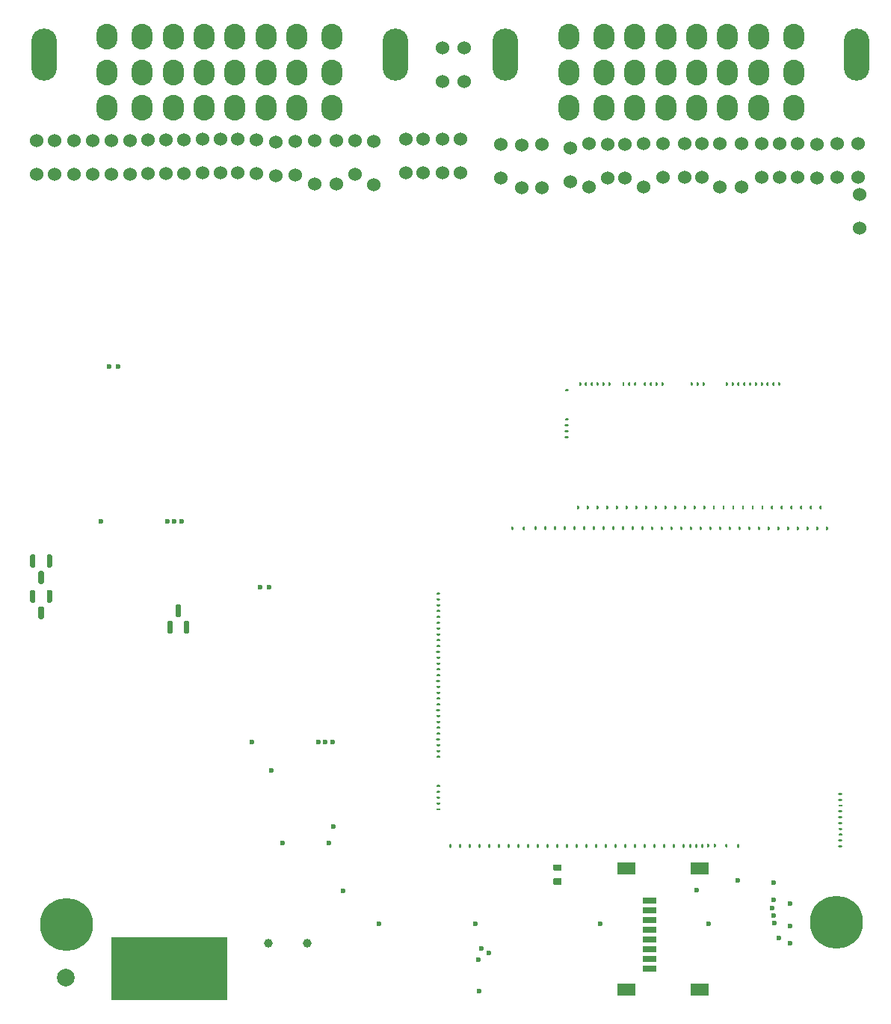
<source format=gbs>
G04 #@! TF.GenerationSoftware,KiCad,Pcbnew,(6.0.1)*
G04 #@! TF.CreationDate,2022-08-21T23:27:26+03:00*
G04 #@! TF.ProjectId,alphax_4ch,616c7068-6178-45f3-9463-682e6b696361,a*
G04 #@! TF.SameCoordinates,PX141f5e0PYa2cace0*
G04 #@! TF.FileFunction,Soldermask,Bot*
G04 #@! TF.FilePolarity,Negative*
%FSLAX46Y46*%
G04 Gerber Fmt 4.6, Leading zero omitted, Abs format (unit mm)*
G04 Created by KiCad (PCBNEW (6.0.1)) date 2022-08-21 23:27:26*
%MOMM*%
%LPD*%
G01*
G04 APERTURE LIST*
%ADD10C,0.120000*%
%ADD11C,0.599999*%
%ADD12C,1.524000*%
%ADD13C,6.000000*%
%ADD14O,2.900000X5.900000*%
%ADD15O,2.400000X2.900000*%
%ADD16C,1.000000*%
%ADD17R,1.500000X0.800000*%
%ADD18R,2.000000X1.450000*%
%ADD19C,2.000000*%
G04 APERTURE END LIST*
D10*
G04 #@! TO.C,U4*
X9850000Y200000D02*
X9850000Y7200000D01*
X9850000Y7200000D02*
X22850000Y7200000D01*
X22850000Y7200000D02*
X22850000Y200000D01*
X22850000Y200000D02*
X9850000Y200000D01*
G36*
X22850000Y200000D02*
G01*
X9850000Y200000D01*
X9850000Y7200000D01*
X22850000Y7200000D01*
X22850000Y200000D01*
G37*
X22850000Y200000D02*
X9850000Y200000D01*
X9850000Y7200000D01*
X22850000Y7200000D01*
X22850000Y200000D01*
G04 #@! TD*
D11*
G04 #@! TO.C,M4*
X84894889Y11474986D03*
X86729899Y11049978D03*
X84679891Y10499981D03*
X84894886Y9625022D03*
X84969893Y8774999D03*
X86729899Y8449983D03*
X85419899Y7150016D03*
X86729899Y6499999D03*
X80804884Y13675002D03*
X84879890Y13375000D03*
G04 #@! TD*
D12*
G04 #@! TO.C,R8*
X76750000Y93245000D03*
X76750000Y97055000D03*
G04 #@! TD*
D13*
G04 #@! TO.C,J8*
X4803000Y8619000D03*
G04 #@! TD*
D12*
G04 #@! TO.C,R59*
X45200000Y97505000D03*
X45200000Y93695000D03*
G04 #@! TD*
G04 #@! TO.C,R9*
X74800000Y93245000D03*
X74800000Y97055000D03*
G04 #@! TD*
G04 #@! TO.C,R68*
X24200000Y93695000D03*
X24200000Y97505000D03*
G04 #@! TD*
G04 #@! TO.C,F4*
X63950000Y97000000D03*
X63950000Y92100000D03*
G04 #@! TD*
G04 #@! TO.C,R91*
X94580000Y87485000D03*
X94580000Y91295000D03*
G04 #@! TD*
G04 #@! TO.C,M5*
G36*
G01*
X61299998Y63946477D02*
X61549998Y63946477D01*
G75*
G02*
X61674998Y63821477I0J-125000D01*
G01*
X61674998Y63821477D01*
G75*
G02*
X61549998Y63696477I-125000J0D01*
G01*
X61299998Y63696477D01*
G75*
G02*
X61174998Y63821477I0J125000D01*
G01*
X61174998Y63821477D01*
G75*
G02*
X61299998Y63946477I125000J0D01*
G01*
G37*
G36*
G01*
X61299998Y64606478D02*
X61549998Y64606478D01*
G75*
G02*
X61674998Y64481478I0J-125000D01*
G01*
X61674998Y64481478D01*
G75*
G02*
X61549998Y64356478I-125000J0D01*
G01*
X61299998Y64356478D01*
G75*
G02*
X61174998Y64481478I0J125000D01*
G01*
X61174998Y64481478D01*
G75*
G02*
X61299998Y64606478I125000J0D01*
G01*
G37*
G36*
G01*
X61299998Y65266479D02*
X61549998Y65266479D01*
G75*
G02*
X61674998Y65141479I0J-125000D01*
G01*
X61674998Y65141479D01*
G75*
G02*
X61549998Y65016479I-125000J0D01*
G01*
X61299998Y65016479D01*
G75*
G02*
X61174998Y65141479I0J125000D01*
G01*
X61174998Y65141479D01*
G75*
G02*
X61299998Y65266479I125000J0D01*
G01*
G37*
G36*
G01*
X61299998Y65926480D02*
X61549998Y65926480D01*
G75*
G02*
X61674998Y65801480I0J-125000D01*
G01*
X61674998Y65801480D01*
G75*
G02*
X61549998Y65676480I-125000J0D01*
G01*
X61299998Y65676480D01*
G75*
G02*
X61174998Y65801480I0J125000D01*
G01*
X61174998Y65801480D01*
G75*
G02*
X61299998Y65926480I125000J0D01*
G01*
G37*
G36*
G01*
X61299998Y69226487D02*
X61549998Y69226487D01*
G75*
G02*
X61674998Y69101487I0J-125000D01*
G01*
X61674998Y69101487D01*
G75*
G02*
X61549998Y68976487I-125000J0D01*
G01*
X61299998Y68976487D01*
G75*
G02*
X61174998Y69101487I0J125000D01*
G01*
X61174998Y69101487D01*
G75*
G02*
X61299998Y69226487I125000J0D01*
G01*
G37*
G36*
G01*
X90070000Y55727684D02*
X90070000Y55977684D01*
G75*
G02*
X90195000Y56102684I125000J0D01*
G01*
X90195000Y56102684D01*
G75*
G02*
X90320000Y55977684I0J-125000D01*
G01*
X90320000Y55727684D01*
G75*
G02*
X90195000Y55602684I-125000J0D01*
G01*
X90195000Y55602684D01*
G75*
G02*
X90070000Y55727684I0J125000D01*
G01*
G37*
G36*
G01*
X89219996Y55977684D02*
X89219996Y55727684D01*
G75*
G02*
X89094996Y55602684I-125000J0D01*
G01*
X89094996Y55602684D01*
G75*
G02*
X88969996Y55727684I0J125000D01*
G01*
X88969996Y55977684D01*
G75*
G02*
X89094996Y56102684I125000J0D01*
G01*
X89094996Y56102684D01*
G75*
G02*
X89219996Y55977684I0J-125000D01*
G01*
G37*
G36*
G01*
X88119995Y55977684D02*
X88119995Y55727684D01*
G75*
G02*
X87994995Y55602684I-125000J0D01*
G01*
X87994995Y55602684D01*
G75*
G02*
X87869995Y55727684I0J125000D01*
G01*
X87869995Y55977684D01*
G75*
G02*
X87994995Y56102684I125000J0D01*
G01*
X87994995Y56102684D01*
G75*
G02*
X88119995Y55977684I0J-125000D01*
G01*
G37*
G36*
G01*
X87019998Y55977684D02*
X87019998Y55727684D01*
G75*
G02*
X86894998Y55602684I-125000J0D01*
G01*
X86894998Y55602684D01*
G75*
G02*
X86769998Y55727684I0J125000D01*
G01*
X86769998Y55977684D01*
G75*
G02*
X86894998Y56102684I125000J0D01*
G01*
X86894998Y56102684D01*
G75*
G02*
X87019998Y55977684I0J-125000D01*
G01*
G37*
G36*
G01*
X85920000Y55977684D02*
X85920000Y55727684D01*
G75*
G02*
X85795000Y55602684I-125000J0D01*
G01*
X85795000Y55602684D01*
G75*
G02*
X85670000Y55727684I0J125000D01*
G01*
X85670000Y55977684D01*
G75*
G02*
X85795000Y56102684I125000J0D01*
G01*
X85795000Y56102684D01*
G75*
G02*
X85920000Y55977684I0J-125000D01*
G01*
G37*
G36*
G01*
X84820002Y55977684D02*
X84820002Y55727684D01*
G75*
G02*
X84695002Y55602684I-125000J0D01*
G01*
X84695002Y55602684D01*
G75*
G02*
X84570002Y55727684I0J125000D01*
G01*
X84570002Y55977684D01*
G75*
G02*
X84695002Y56102684I125000J0D01*
G01*
X84695002Y56102684D01*
G75*
G02*
X84820002Y55977684I0J-125000D01*
G01*
G37*
G36*
G01*
X83720004Y55977684D02*
X83720004Y55727684D01*
G75*
G02*
X83595004Y55602684I-125000J0D01*
G01*
X83595004Y55602684D01*
G75*
G02*
X83470004Y55727684I0J125000D01*
G01*
X83470004Y55977684D01*
G75*
G02*
X83595004Y56102684I125000J0D01*
G01*
X83595004Y56102684D01*
G75*
G02*
X83720004Y55977684I0J-125000D01*
G01*
G37*
G36*
G01*
X82620006Y55977684D02*
X82620006Y55727684D01*
G75*
G02*
X82495006Y55602684I-125000J0D01*
G01*
X82495006Y55602684D01*
G75*
G02*
X82370006Y55727684I0J125000D01*
G01*
X82370006Y55977684D01*
G75*
G02*
X82495006Y56102684I125000J0D01*
G01*
X82495006Y56102684D01*
G75*
G02*
X82620006Y55977684I0J-125000D01*
G01*
G37*
G36*
G01*
X81520009Y55977684D02*
X81520009Y55727684D01*
G75*
G02*
X81395009Y55602684I-125000J0D01*
G01*
X81395009Y55602684D01*
G75*
G02*
X81270009Y55727684I0J125000D01*
G01*
X81270009Y55977684D01*
G75*
G02*
X81395009Y56102684I125000J0D01*
G01*
X81395009Y56102684D01*
G75*
G02*
X81520009Y55977684I0J-125000D01*
G01*
G37*
G36*
G01*
X80420011Y55977684D02*
X80420011Y55727684D01*
G75*
G02*
X80295011Y55602684I-125000J0D01*
G01*
X80295011Y55602684D01*
G75*
G02*
X80170011Y55727684I0J125000D01*
G01*
X80170011Y55977684D01*
G75*
G02*
X80295011Y56102684I125000J0D01*
G01*
X80295011Y56102684D01*
G75*
G02*
X80420011Y55977684I0J-125000D01*
G01*
G37*
G36*
G01*
X79320013Y55977684D02*
X79320013Y55727684D01*
G75*
G02*
X79195013Y55602684I-125000J0D01*
G01*
X79195013Y55602684D01*
G75*
G02*
X79070013Y55727684I0J125000D01*
G01*
X79070013Y55977684D01*
G75*
G02*
X79195013Y56102684I125000J0D01*
G01*
X79195013Y56102684D01*
G75*
G02*
X79320013Y55977684I0J-125000D01*
G01*
G37*
G36*
G01*
X78220015Y55977684D02*
X78220015Y55727684D01*
G75*
G02*
X78095015Y55602684I-125000J0D01*
G01*
X78095015Y55602684D01*
G75*
G02*
X77970015Y55727684I0J125000D01*
G01*
X77970015Y55977684D01*
G75*
G02*
X78095015Y56102684I125000J0D01*
G01*
X78095015Y56102684D01*
G75*
G02*
X78220015Y55977684I0J-125000D01*
G01*
G37*
G36*
G01*
X77120017Y55977684D02*
X77120017Y55727684D01*
G75*
G02*
X76995017Y55602684I-125000J0D01*
G01*
X76995017Y55602684D01*
G75*
G02*
X76870017Y55727684I0J125000D01*
G01*
X76870017Y55977684D01*
G75*
G02*
X76995017Y56102684I125000J0D01*
G01*
X76995017Y56102684D01*
G75*
G02*
X77120017Y55977684I0J-125000D01*
G01*
G37*
G36*
G01*
X76020020Y55977684D02*
X76020020Y55727684D01*
G75*
G02*
X75895020Y55602684I-125000J0D01*
G01*
X75895020Y55602684D01*
G75*
G02*
X75770020Y55727684I0J125000D01*
G01*
X75770020Y55977684D01*
G75*
G02*
X75895020Y56102684I125000J0D01*
G01*
X75895020Y56102684D01*
G75*
G02*
X76020020Y55977684I0J-125000D01*
G01*
G37*
G36*
G01*
X74920022Y55977684D02*
X74920022Y55727684D01*
G75*
G02*
X74795022Y55602684I-125000J0D01*
G01*
X74795022Y55602684D01*
G75*
G02*
X74670022Y55727684I0J125000D01*
G01*
X74670022Y55977684D01*
G75*
G02*
X74795022Y56102684I125000J0D01*
G01*
X74795022Y56102684D01*
G75*
G02*
X74920022Y55977684I0J-125000D01*
G01*
G37*
G36*
G01*
X73820024Y55977684D02*
X73820024Y55727684D01*
G75*
G02*
X73695024Y55602684I-125000J0D01*
G01*
X73695024Y55602684D01*
G75*
G02*
X73570024Y55727684I0J125000D01*
G01*
X73570024Y55977684D01*
G75*
G02*
X73695024Y56102684I125000J0D01*
G01*
X73695024Y56102684D01*
G75*
G02*
X73820024Y55977684I0J-125000D01*
G01*
G37*
G36*
G01*
X72720026Y55977684D02*
X72720026Y55727684D01*
G75*
G02*
X72595026Y55602684I-125000J0D01*
G01*
X72595026Y55602684D01*
G75*
G02*
X72470026Y55727684I0J125000D01*
G01*
X72470026Y55977684D01*
G75*
G02*
X72595026Y56102684I125000J0D01*
G01*
X72595026Y56102684D01*
G75*
G02*
X72720026Y55977684I0J-125000D01*
G01*
G37*
G36*
G01*
X71620028Y55977684D02*
X71620028Y55727684D01*
G75*
G02*
X71495028Y55602684I-125000J0D01*
G01*
X71495028Y55602684D01*
G75*
G02*
X71370028Y55727684I0J125000D01*
G01*
X71370028Y55977684D01*
G75*
G02*
X71495028Y56102684I125000J0D01*
G01*
X71495028Y56102684D01*
G75*
G02*
X71620028Y55977684I0J-125000D01*
G01*
G37*
G36*
G01*
X70520031Y55977684D02*
X70520031Y55727684D01*
G75*
G02*
X70395031Y55602684I-125000J0D01*
G01*
X70395031Y55602684D01*
G75*
G02*
X70270031Y55727684I0J125000D01*
G01*
X70270031Y55977684D01*
G75*
G02*
X70395031Y56102684I125000J0D01*
G01*
X70395031Y56102684D01*
G75*
G02*
X70520031Y55977684I0J-125000D01*
G01*
G37*
G36*
G01*
X69420033Y55977684D02*
X69420033Y55727684D01*
G75*
G02*
X69295033Y55602684I-125000J0D01*
G01*
X69295033Y55602684D01*
G75*
G02*
X69170033Y55727684I0J125000D01*
G01*
X69170033Y55977684D01*
G75*
G02*
X69295033Y56102684I125000J0D01*
G01*
X69295033Y56102684D01*
G75*
G02*
X69420033Y55977684I0J-125000D01*
G01*
G37*
G36*
G01*
X68320035Y55977684D02*
X68320035Y55727684D01*
G75*
G02*
X68195035Y55602684I-125000J0D01*
G01*
X68195035Y55602684D01*
G75*
G02*
X68070035Y55727684I0J125000D01*
G01*
X68070035Y55977684D01*
G75*
G02*
X68195035Y56102684I125000J0D01*
G01*
X68195035Y56102684D01*
G75*
G02*
X68320035Y55977684I0J-125000D01*
G01*
G37*
G36*
G01*
X67220037Y55977684D02*
X67220037Y55727684D01*
G75*
G02*
X67095037Y55602684I-125000J0D01*
G01*
X67095037Y55602684D01*
G75*
G02*
X66970037Y55727684I0J125000D01*
G01*
X66970037Y55977684D01*
G75*
G02*
X67095037Y56102684I125000J0D01*
G01*
X67095037Y56102684D01*
G75*
G02*
X67220037Y55977684I0J-125000D01*
G01*
G37*
G36*
G01*
X66120039Y55977684D02*
X66120039Y55727684D01*
G75*
G02*
X65995039Y55602684I-125000J0D01*
G01*
X65995039Y55602684D01*
G75*
G02*
X65870039Y55727684I0J125000D01*
G01*
X65870039Y55977684D01*
G75*
G02*
X65995039Y56102684I125000J0D01*
G01*
X65995039Y56102684D01*
G75*
G02*
X66120039Y55977684I0J-125000D01*
G01*
G37*
G36*
G01*
X65020042Y55977684D02*
X65020042Y55727684D01*
G75*
G02*
X64895042Y55602684I-125000J0D01*
G01*
X64895042Y55602684D01*
G75*
G02*
X64770042Y55727684I0J125000D01*
G01*
X64770042Y55977684D01*
G75*
G02*
X64895042Y56102684I125000J0D01*
G01*
X64895042Y56102684D01*
G75*
G02*
X65020042Y55977684I0J-125000D01*
G01*
G37*
G36*
G01*
X63920044Y55977684D02*
X63920044Y55727684D01*
G75*
G02*
X63795044Y55602684I-125000J0D01*
G01*
X63795044Y55602684D01*
G75*
G02*
X63670044Y55727684I0J125000D01*
G01*
X63670044Y55977684D01*
G75*
G02*
X63795044Y56102684I125000J0D01*
G01*
X63795044Y56102684D01*
G75*
G02*
X63920044Y55977684I0J-125000D01*
G01*
G37*
G36*
G01*
X62820046Y55977684D02*
X62820046Y55727684D01*
G75*
G02*
X62695046Y55602684I-125000J0D01*
G01*
X62695046Y55602684D01*
G75*
G02*
X62570046Y55727684I0J125000D01*
G01*
X62570046Y55977684D01*
G75*
G02*
X62695046Y56102684I125000J0D01*
G01*
X62695046Y56102684D01*
G75*
G02*
X62820046Y55977684I0J-125000D01*
G01*
G37*
G36*
G01*
X63070990Y69939683D02*
X63070990Y69689683D01*
G75*
G02*
X62945990Y69564683I-125000J0D01*
G01*
X62945990Y69564683D01*
G75*
G02*
X62820990Y69689683I0J125000D01*
G01*
X62820990Y69939683D01*
G75*
G02*
X62945990Y70064683I125000J0D01*
G01*
X62945990Y70064683D01*
G75*
G02*
X63070990Y69939683I0J-125000D01*
G01*
G37*
G36*
G01*
X63730992Y69939683D02*
X63730992Y69689683D01*
G75*
G02*
X63605992Y69564683I-125000J0D01*
G01*
X63605992Y69564683D01*
G75*
G02*
X63480992Y69689683I0J125000D01*
G01*
X63480992Y69939683D01*
G75*
G02*
X63605992Y70064683I125000J0D01*
G01*
X63605992Y70064683D01*
G75*
G02*
X63730992Y69939683I0J-125000D01*
G01*
G37*
G36*
G01*
X64390993Y69939683D02*
X64390993Y69689683D01*
G75*
G02*
X64265993Y69564683I-125000J0D01*
G01*
X64265993Y69564683D01*
G75*
G02*
X64140993Y69689683I0J125000D01*
G01*
X64140993Y69939683D01*
G75*
G02*
X64265993Y70064683I125000J0D01*
G01*
X64265993Y70064683D01*
G75*
G02*
X64390993Y69939683I0J-125000D01*
G01*
G37*
G36*
G01*
X65050994Y69939683D02*
X65050994Y69689683D01*
G75*
G02*
X64925994Y69564683I-125000J0D01*
G01*
X64925994Y69564683D01*
G75*
G02*
X64800994Y69689683I0J125000D01*
G01*
X64800994Y69939683D01*
G75*
G02*
X64925994Y70064683I125000J0D01*
G01*
X64925994Y70064683D01*
G75*
G02*
X65050994Y69939683I0J-125000D01*
G01*
G37*
G36*
G01*
X65710995Y69939683D02*
X65710995Y69689683D01*
G75*
G02*
X65585995Y69564683I-125000J0D01*
G01*
X65585995Y69564683D01*
G75*
G02*
X65460995Y69689683I0J125000D01*
G01*
X65460995Y69939683D01*
G75*
G02*
X65585995Y70064683I125000J0D01*
G01*
X65585995Y70064683D01*
G75*
G02*
X65710995Y69939683I0J-125000D01*
G01*
G37*
G36*
G01*
X66370997Y69939683D02*
X66370997Y69689683D01*
G75*
G02*
X66245997Y69564683I-125000J0D01*
G01*
X66245997Y69564683D01*
G75*
G02*
X66120997Y69689683I0J125000D01*
G01*
X66120997Y69939683D01*
G75*
G02*
X66245997Y70064683I125000J0D01*
G01*
X66245997Y70064683D01*
G75*
G02*
X66370997Y69939683I0J-125000D01*
G01*
G37*
G36*
G01*
X67971994Y69939683D02*
X67971994Y69689683D01*
G75*
G02*
X67846994Y69564683I-125000J0D01*
G01*
X67846994Y69564683D01*
G75*
G02*
X67721994Y69689683I0J125000D01*
G01*
X67721994Y69939683D01*
G75*
G02*
X67846994Y70064683I125000J0D01*
G01*
X67846994Y70064683D01*
G75*
G02*
X67971994Y69939683I0J-125000D01*
G01*
G37*
G36*
G01*
X68631995Y69939683D02*
X68631995Y69689683D01*
G75*
G02*
X68506995Y69564683I-125000J0D01*
G01*
X68506995Y69564683D01*
G75*
G02*
X68381995Y69689683I0J125000D01*
G01*
X68381995Y69939683D01*
G75*
G02*
X68506995Y70064683I125000J0D01*
G01*
X68506995Y70064683D01*
G75*
G02*
X68631995Y69939683I0J-125000D01*
G01*
G37*
G36*
G01*
X69291997Y69939683D02*
X69291997Y69689683D01*
G75*
G02*
X69166997Y69564683I-125000J0D01*
G01*
X69166997Y69564683D01*
G75*
G02*
X69041997Y69689683I0J125000D01*
G01*
X69041997Y69939683D01*
G75*
G02*
X69166997Y70064683I125000J0D01*
G01*
X69166997Y70064683D01*
G75*
G02*
X69291997Y69939683I0J-125000D01*
G01*
G37*
G36*
G01*
X70412896Y69939683D02*
X70412896Y69689683D01*
G75*
G02*
X70287896Y69564683I-125000J0D01*
G01*
X70287896Y69564683D01*
G75*
G02*
X70162896Y69689683I0J125000D01*
G01*
X70162896Y69939683D01*
G75*
G02*
X70287896Y70064683I125000J0D01*
G01*
X70287896Y70064683D01*
G75*
G02*
X70412896Y69939683I0J-125000D01*
G01*
G37*
G36*
G01*
X71072897Y69939683D02*
X71072897Y69689683D01*
G75*
G02*
X70947897Y69564683I-125000J0D01*
G01*
X70947897Y69564683D01*
G75*
G02*
X70822897Y69689683I0J125000D01*
G01*
X70822897Y69939683D01*
G75*
G02*
X70947897Y70064683I125000J0D01*
G01*
X70947897Y70064683D01*
G75*
G02*
X71072897Y69939683I0J-125000D01*
G01*
G37*
G36*
G01*
X71732898Y69939683D02*
X71732898Y69689683D01*
G75*
G02*
X71607898Y69564683I-125000J0D01*
G01*
X71607898Y69564683D01*
G75*
G02*
X71482898Y69689683I0J125000D01*
G01*
X71482898Y69939683D01*
G75*
G02*
X71607898Y70064683I125000J0D01*
G01*
X71607898Y70064683D01*
G75*
G02*
X71732898Y69939683I0J-125000D01*
G01*
G37*
G36*
G01*
X72392900Y69939683D02*
X72392900Y69689683D01*
G75*
G02*
X72267900Y69564683I-125000J0D01*
G01*
X72267900Y69564683D01*
G75*
G02*
X72142900Y69689683I0J125000D01*
G01*
X72142900Y69939683D01*
G75*
G02*
X72267900Y70064683I125000J0D01*
G01*
X72267900Y70064683D01*
G75*
G02*
X72392900Y69939683I0J-125000D01*
G01*
G37*
G36*
G01*
X75718994Y69939683D02*
X75718994Y69689683D01*
G75*
G02*
X75593994Y69564683I-125000J0D01*
G01*
X75593994Y69564683D01*
G75*
G02*
X75468994Y69689683I0J125000D01*
G01*
X75468994Y69939683D01*
G75*
G02*
X75593994Y70064683I125000J0D01*
G01*
X75593994Y70064683D01*
G75*
G02*
X75718994Y69939683I0J-125000D01*
G01*
G37*
G36*
G01*
X76378995Y69939683D02*
X76378995Y69689683D01*
G75*
G02*
X76253995Y69564683I-125000J0D01*
G01*
X76253995Y69564683D01*
G75*
G02*
X76128995Y69689683I0J125000D01*
G01*
X76128995Y69939683D01*
G75*
G02*
X76253995Y70064683I125000J0D01*
G01*
X76253995Y70064683D01*
G75*
G02*
X76378995Y69939683I0J-125000D01*
G01*
G37*
G36*
G01*
X77038997Y69939683D02*
X77038997Y69689683D01*
G75*
G02*
X76913997Y69564683I-125000J0D01*
G01*
X76913997Y69564683D01*
G75*
G02*
X76788997Y69689683I0J125000D01*
G01*
X76788997Y69939683D01*
G75*
G02*
X76913997Y70064683I125000J0D01*
G01*
X76913997Y70064683D01*
G75*
G02*
X77038997Y69939683I0J-125000D01*
G01*
G37*
G36*
G01*
X79684988Y69939683D02*
X79684988Y69689683D01*
G75*
G02*
X79559988Y69564683I-125000J0D01*
G01*
X79559988Y69564683D01*
G75*
G02*
X79434988Y69689683I0J125000D01*
G01*
X79434988Y69939683D01*
G75*
G02*
X79559988Y70064683I125000J0D01*
G01*
X79559988Y70064683D01*
G75*
G02*
X79684988Y69939683I0J-125000D01*
G01*
G37*
G36*
G01*
X80344989Y69939683D02*
X80344989Y69689683D01*
G75*
G02*
X80219989Y69564683I-125000J0D01*
G01*
X80219989Y69564683D01*
G75*
G02*
X80094989Y69689683I0J125000D01*
G01*
X80094989Y69939683D01*
G75*
G02*
X80219989Y70064683I125000J0D01*
G01*
X80219989Y70064683D01*
G75*
G02*
X80344989Y69939683I0J-125000D01*
G01*
G37*
G36*
G01*
X81004991Y69939683D02*
X81004991Y69689683D01*
G75*
G02*
X80879991Y69564683I-125000J0D01*
G01*
X80879991Y69564683D01*
G75*
G02*
X80754991Y69689683I0J125000D01*
G01*
X80754991Y69939683D01*
G75*
G02*
X80879991Y70064683I125000J0D01*
G01*
X80879991Y70064683D01*
G75*
G02*
X81004991Y69939683I0J-125000D01*
G01*
G37*
G36*
G01*
X81664992Y69939683D02*
X81664992Y69689683D01*
G75*
G02*
X81539992Y69564683I-125000J0D01*
G01*
X81539992Y69564683D01*
G75*
G02*
X81414992Y69689683I0J125000D01*
G01*
X81414992Y69939683D01*
G75*
G02*
X81539992Y70064683I125000J0D01*
G01*
X81539992Y70064683D01*
G75*
G02*
X81664992Y69939683I0J-125000D01*
G01*
G37*
G36*
G01*
X82324993Y69939683D02*
X82324993Y69689683D01*
G75*
G02*
X82199993Y69564683I-125000J0D01*
G01*
X82199993Y69564683D01*
G75*
G02*
X82074993Y69689683I0J125000D01*
G01*
X82074993Y69939683D01*
G75*
G02*
X82199993Y70064683I125000J0D01*
G01*
X82199993Y70064683D01*
G75*
G02*
X82324993Y69939683I0J-125000D01*
G01*
G37*
G36*
G01*
X82984994Y69939683D02*
X82984994Y69689683D01*
G75*
G02*
X82859994Y69564683I-125000J0D01*
G01*
X82859994Y69564683D01*
G75*
G02*
X82734994Y69689683I0J125000D01*
G01*
X82734994Y69939683D01*
G75*
G02*
X82859994Y70064683I125000J0D01*
G01*
X82859994Y70064683D01*
G75*
G02*
X82984994Y69939683I0J-125000D01*
G01*
G37*
G36*
G01*
X83644996Y69939683D02*
X83644996Y69689683D01*
G75*
G02*
X83519996Y69564683I-125000J0D01*
G01*
X83519996Y69564683D01*
G75*
G02*
X83394996Y69689683I0J125000D01*
G01*
X83394996Y69939683D01*
G75*
G02*
X83519996Y70064683I125000J0D01*
G01*
X83519996Y70064683D01*
G75*
G02*
X83644996Y69939683I0J-125000D01*
G01*
G37*
G36*
G01*
X84304997Y69939683D02*
X84304997Y69689683D01*
G75*
G02*
X84179997Y69564683I-125000J0D01*
G01*
X84179997Y69564683D01*
G75*
G02*
X84054997Y69689683I0J125000D01*
G01*
X84054997Y69939683D01*
G75*
G02*
X84179997Y70064683I125000J0D01*
G01*
X84179997Y70064683D01*
G75*
G02*
X84304997Y69939683I0J-125000D01*
G01*
G37*
G36*
G01*
X84964998Y69939683D02*
X84964998Y69689683D01*
G75*
G02*
X84839998Y69564683I-125000J0D01*
G01*
X84839998Y69564683D01*
G75*
G02*
X84714998Y69689683I0J125000D01*
G01*
X84714998Y69939683D01*
G75*
G02*
X84839998Y70064683I125000J0D01*
G01*
X84839998Y70064683D01*
G75*
G02*
X84964998Y69939683I0J-125000D01*
G01*
G37*
G36*
G01*
X85625000Y69939683D02*
X85625000Y69689683D01*
G75*
G02*
X85500000Y69564683I-125000J0D01*
G01*
X85500000Y69564683D01*
G75*
G02*
X85375000Y69689683I0J125000D01*
G01*
X85375000Y69939683D01*
G75*
G02*
X85500000Y70064683I125000J0D01*
G01*
X85500000Y70064683D01*
G75*
G02*
X85625000Y69939683I0J-125000D01*
G01*
G37*
G04 #@! TD*
D14*
G04 #@! TO.C,P2*
X42000000Y107100000D03*
X2200000Y107100000D03*
D15*
X9350000Y101100000D03*
X13350000Y101100000D03*
X16850000Y101100000D03*
X20350000Y101100000D03*
X23850000Y101100000D03*
X27350000Y101100000D03*
X30850000Y101100000D03*
X34850000Y101100000D03*
X9350000Y105100000D03*
X13350000Y105100000D03*
X16850000Y105100000D03*
X20350000Y105100000D03*
X23850000Y105100000D03*
X27350000Y105100000D03*
X30850000Y105100000D03*
X34850000Y105100000D03*
X9350000Y109100000D03*
X13350000Y109100000D03*
X16850000Y109100000D03*
X20350000Y109100000D03*
X23850000Y109100000D03*
X27350000Y109100000D03*
X30850000Y109100000D03*
X34850000Y109100000D03*
G04 #@! TD*
D12*
G04 #@! TO.C,R11*
X47350000Y104095000D03*
X47350000Y107905000D03*
G04 #@! TD*
G04 #@! TO.C,R6*
X92050000Y93195000D03*
X92050000Y97005000D03*
G04 #@! TD*
G04 #@! TO.C,R60*
X43200000Y93695000D03*
X43200000Y97505000D03*
G04 #@! TD*
D16*
G04 #@! TO.C,J1*
X32000000Y6500000D03*
X27600000Y6500000D03*
G04 #@! TD*
D12*
G04 #@! TO.C,R66*
X3450000Y93561701D03*
X3450000Y97371701D03*
G04 #@! TD*
G04 #@! TO.C,R17*
X68050000Y93145000D03*
X68050000Y96955000D03*
G04 #@! TD*
G04 #@! TO.C,R63*
X22200000Y93695000D03*
X22200000Y97505000D03*
G04 #@! TD*
G04 #@! TO.C,R16*
X72350000Y93195000D03*
X72350000Y97005000D03*
G04 #@! TD*
G04 #@! TO.C,R70*
X11950000Y93595000D03*
X11950000Y97405000D03*
G04 #@! TD*
D11*
G04 #@! TO.C,M7*
X51750003Y5925001D03*
X52625005Y5400001D03*
X51450001Y4650003D03*
X51525004Y1100002D03*
G04 #@! TD*
G04 #@! TO.C,M1*
X27937888Y26083984D03*
X29262892Y17858984D03*
X34495386Y17876489D03*
X34987892Y19758985D03*
X36112878Y12408992D03*
G04 #@! TD*
G04 #@! TO.C,M3*
X25775000Y29300000D03*
X33275000Y29300000D03*
X34075000Y29300000D03*
X34875000Y29300000D03*
X27675000Y46825000D03*
X26675000Y46825000D03*
G04 #@! TD*
D12*
G04 #@! TO.C,R10*
X66100000Y93145000D03*
X66100000Y96955000D03*
G04 #@! TD*
G04 #@! TO.C,R62*
X28500000Y93395000D03*
X28500000Y97205000D03*
G04 #@! TD*
G04 #@! TO.C,R65*
X9850000Y93595000D03*
X9850000Y97405000D03*
G04 #@! TD*
G04 #@! TO.C,F7*
X32900000Y97399979D03*
X32900000Y92499979D03*
G04 #@! TD*
G04 #@! TO.C,R58*
X1347390Y93561701D03*
X1347390Y97371701D03*
G04 #@! TD*
G04 #@! TO.C,R56*
X14000000Y93645000D03*
X14000000Y97455000D03*
G04 #@! TD*
G04 #@! TO.C,R19*
X53950000Y93145000D03*
X53950000Y96955000D03*
G04 #@! TD*
G04 #@! TO.C,R67*
X26250000Y93645000D03*
X26250000Y97455000D03*
G04 #@! TD*
G04 #@! TO.C,F1*
X81196000Y96995000D03*
X81196000Y92095000D03*
G04 #@! TD*
G04 #@! TO.C,R14*
X89800000Y96955000D03*
X89800000Y93145000D03*
G04 #@! TD*
G04 #@! TO.C,R64*
X16050000Y93645000D03*
X16050000Y97455000D03*
G04 #@! TD*
G04 #@! TO.C,F3*
X70100000Y97000000D03*
X70100000Y92100000D03*
G04 #@! TD*
G04 #@! TO.C,R71*
X5600000Y93545000D03*
X5600000Y97355000D03*
G04 #@! TD*
G04 #@! TO.C,R61*
X30700000Y93445000D03*
X30700000Y97255000D03*
G04 #@! TD*
D13*
G04 #@! TO.C,J7*
X91948000Y8873000D03*
G04 #@! TD*
D12*
G04 #@! TO.C,R69*
X18050000Y93645000D03*
X18050000Y97455000D03*
G04 #@! TD*
G04 #@! TO.C,R55*
X20200000Y93695000D03*
X20200000Y97505000D03*
G04 #@! TD*
G04 #@! TO.C,F8*
X39600000Y97299979D03*
X39600000Y92399979D03*
G04 #@! TD*
G04 #@! TO.C,R54*
X37450000Y93595000D03*
X37450000Y97405000D03*
G04 #@! TD*
G04 #@! TO.C,R52*
X47400000Y93695000D03*
X47400000Y97505000D03*
G04 #@! TD*
G04 #@! TO.C,M6*
G36*
G01*
X46760503Y21803625D02*
X47010503Y21803625D01*
G75*
G02*
X47135503Y21678625I0J-125000D01*
G01*
X47135503Y21678625D01*
G75*
G02*
X47010503Y21553625I-125000J0D01*
G01*
X46760503Y21553625D01*
G75*
G02*
X46635503Y21678625I0J125000D01*
G01*
X46635503Y21678625D01*
G75*
G02*
X46760503Y21803625I125000J0D01*
G01*
G37*
G36*
G01*
X47010503Y22213623D02*
X46760503Y22213623D01*
G75*
G02*
X46635503Y22338623I0J125000D01*
G01*
X46635503Y22338623D01*
G75*
G02*
X46760503Y22463623I125000J0D01*
G01*
X47010503Y22463623D01*
G75*
G02*
X47135503Y22338623I0J-125000D01*
G01*
X47135503Y22338623D01*
G75*
G02*
X47010503Y22213623I-125000J0D01*
G01*
G37*
G36*
G01*
X47010503Y22873628D02*
X46760503Y22873628D01*
G75*
G02*
X46635503Y22998628I0J125000D01*
G01*
X46635503Y22998628D01*
G75*
G02*
X46760503Y23123628I125000J0D01*
G01*
X47010503Y23123628D01*
G75*
G02*
X47135503Y22998628I0J-125000D01*
G01*
X47135503Y22998628D01*
G75*
G02*
X47010503Y22873628I-125000J0D01*
G01*
G37*
G36*
G01*
X47010503Y23533623D02*
X46760503Y23533623D01*
G75*
G02*
X46635503Y23658623I0J125000D01*
G01*
X46635503Y23658623D01*
G75*
G02*
X46760503Y23783623I125000J0D01*
G01*
X47010503Y23783623D01*
G75*
G02*
X47135503Y23658623I0J-125000D01*
G01*
X47135503Y23658623D01*
G75*
G02*
X47010503Y23533623I-125000J0D01*
G01*
G37*
G36*
G01*
X47010503Y24193625D02*
X46760503Y24193625D01*
G75*
G02*
X46635503Y24318625I0J125000D01*
G01*
X46635503Y24318625D01*
G75*
G02*
X46760503Y24443625I125000J0D01*
G01*
X47010503Y24443625D01*
G75*
G02*
X47135503Y24318625I0J-125000D01*
G01*
X47135503Y24318625D01*
G75*
G02*
X47010503Y24193625I-125000J0D01*
G01*
G37*
G36*
G01*
X47010503Y27493626D02*
X46760503Y27493626D01*
G75*
G02*
X46635503Y27618626I0J125000D01*
G01*
X46635503Y27618626D01*
G75*
G02*
X46760503Y27743626I125000J0D01*
G01*
X47010503Y27743626D01*
G75*
G02*
X47135503Y27618626I0J-125000D01*
G01*
X47135503Y27618626D01*
G75*
G02*
X47010503Y27493626I-125000J0D01*
G01*
G37*
G36*
G01*
X47010503Y28153627D02*
X46760503Y28153627D01*
G75*
G02*
X46635503Y28278627I0J125000D01*
G01*
X46635503Y28278627D01*
G75*
G02*
X46760503Y28403627I125000J0D01*
G01*
X47010503Y28403627D01*
G75*
G02*
X47135503Y28278627I0J-125000D01*
G01*
X47135503Y28278627D01*
G75*
G02*
X47010503Y28153627I-125000J0D01*
G01*
G37*
G36*
G01*
X47010503Y28813629D02*
X46760503Y28813629D01*
G75*
G02*
X46635503Y28938629I0J125000D01*
G01*
X46635503Y28938629D01*
G75*
G02*
X46760503Y29063629I125000J0D01*
G01*
X47010503Y29063629D01*
G75*
G02*
X47135503Y28938629I0J-125000D01*
G01*
X47135503Y28938629D01*
G75*
G02*
X47010503Y28813629I-125000J0D01*
G01*
G37*
G36*
G01*
X47010503Y29473627D02*
X46760503Y29473627D01*
G75*
G02*
X46635503Y29598627I0J125000D01*
G01*
X46635503Y29598627D01*
G75*
G02*
X46760503Y29723627I125000J0D01*
G01*
X47010503Y29723627D01*
G75*
G02*
X47135503Y29598627I0J-125000D01*
G01*
X47135503Y29598627D01*
G75*
G02*
X47010503Y29473627I-125000J0D01*
G01*
G37*
G36*
G01*
X47010503Y30133629D02*
X46760503Y30133629D01*
G75*
G02*
X46635503Y30258629I0J125000D01*
G01*
X46635503Y30258629D01*
G75*
G02*
X46760503Y30383629I125000J0D01*
G01*
X47010503Y30383629D01*
G75*
G02*
X47135503Y30258629I0J-125000D01*
G01*
X47135503Y30258629D01*
G75*
G02*
X47010503Y30133629I-125000J0D01*
G01*
G37*
G36*
G01*
X47010503Y30793627D02*
X46760503Y30793627D01*
G75*
G02*
X46635503Y30918627I0J125000D01*
G01*
X46635503Y30918627D01*
G75*
G02*
X46760503Y31043627I125000J0D01*
G01*
X47010503Y31043627D01*
G75*
G02*
X47135503Y30918627I0J-125000D01*
G01*
X47135503Y30918627D01*
G75*
G02*
X47010503Y30793627I-125000J0D01*
G01*
G37*
G36*
G01*
X47010503Y31453628D02*
X46760503Y31453628D01*
G75*
G02*
X46635503Y31578628I0J125000D01*
G01*
X46635503Y31578628D01*
G75*
G02*
X46760503Y31703628I125000J0D01*
G01*
X47010503Y31703628D01*
G75*
G02*
X47135503Y31578628I0J-125000D01*
G01*
X47135503Y31578628D01*
G75*
G02*
X47010503Y31453628I-125000J0D01*
G01*
G37*
G36*
G01*
X47010503Y32113627D02*
X46760503Y32113627D01*
G75*
G02*
X46635503Y32238627I0J125000D01*
G01*
X46635503Y32238627D01*
G75*
G02*
X46760503Y32363627I125000J0D01*
G01*
X47010503Y32363627D01*
G75*
G02*
X47135503Y32238627I0J-125000D01*
G01*
X47135503Y32238627D01*
G75*
G02*
X47010503Y32113627I-125000J0D01*
G01*
G37*
G36*
G01*
X47010503Y32773628D02*
X46760503Y32773628D01*
G75*
G02*
X46635503Y32898628I0J125000D01*
G01*
X46635503Y32898628D01*
G75*
G02*
X46760503Y33023628I125000J0D01*
G01*
X47010503Y33023628D01*
G75*
G02*
X47135503Y32898628I0J-125000D01*
G01*
X47135503Y32898628D01*
G75*
G02*
X47010503Y32773628I-125000J0D01*
G01*
G37*
G36*
G01*
X47010503Y33433627D02*
X46760503Y33433627D01*
G75*
G02*
X46635503Y33558627I0J125000D01*
G01*
X46635503Y33558627D01*
G75*
G02*
X46760503Y33683627I125000J0D01*
G01*
X47010503Y33683627D01*
G75*
G02*
X47135503Y33558627I0J-125000D01*
G01*
X47135503Y33558627D01*
G75*
G02*
X47010503Y33433627I-125000J0D01*
G01*
G37*
G36*
G01*
X47010503Y34093628D02*
X46760503Y34093628D01*
G75*
G02*
X46635503Y34218628I0J125000D01*
G01*
X46635503Y34218628D01*
G75*
G02*
X46760503Y34343628I125000J0D01*
G01*
X47010503Y34343628D01*
G75*
G02*
X47135503Y34218628I0J-125000D01*
G01*
X47135503Y34218628D01*
G75*
G02*
X47010503Y34093628I-125000J0D01*
G01*
G37*
G36*
G01*
X47010503Y34753627D02*
X46760503Y34753627D01*
G75*
G02*
X46635503Y34878627I0J125000D01*
G01*
X46635503Y34878627D01*
G75*
G02*
X46760503Y35003627I125000J0D01*
G01*
X47010503Y35003627D01*
G75*
G02*
X47135503Y34878627I0J-125000D01*
G01*
X47135503Y34878627D01*
G75*
G02*
X47010503Y34753627I-125000J0D01*
G01*
G37*
G36*
G01*
X47010503Y35413628D02*
X46760503Y35413628D01*
G75*
G02*
X46635503Y35538628I0J125000D01*
G01*
X46635503Y35538628D01*
G75*
G02*
X46760503Y35663628I125000J0D01*
G01*
X47010503Y35663628D01*
G75*
G02*
X47135503Y35538628I0J-125000D01*
G01*
X47135503Y35538628D01*
G75*
G02*
X47010503Y35413628I-125000J0D01*
G01*
G37*
G36*
G01*
X47010503Y36073627D02*
X46760503Y36073627D01*
G75*
G02*
X46635503Y36198627I0J125000D01*
G01*
X46635503Y36198627D01*
G75*
G02*
X46760503Y36323627I125000J0D01*
G01*
X47010503Y36323627D01*
G75*
G02*
X47135503Y36198627I0J-125000D01*
G01*
X47135503Y36198627D01*
G75*
G02*
X47010503Y36073627I-125000J0D01*
G01*
G37*
G36*
G01*
X47010503Y36733628D02*
X46760503Y36733628D01*
G75*
G02*
X46635503Y36858628I0J125000D01*
G01*
X46635503Y36858628D01*
G75*
G02*
X46760503Y36983628I125000J0D01*
G01*
X47010503Y36983628D01*
G75*
G02*
X47135503Y36858628I0J-125000D01*
G01*
X47135503Y36858628D01*
G75*
G02*
X47010503Y36733628I-125000J0D01*
G01*
G37*
G36*
G01*
X47010503Y37393627D02*
X46760503Y37393627D01*
G75*
G02*
X46635503Y37518627I0J125000D01*
G01*
X46635503Y37518627D01*
G75*
G02*
X46760503Y37643627I125000J0D01*
G01*
X47010503Y37643627D01*
G75*
G02*
X47135503Y37518627I0J-125000D01*
G01*
X47135503Y37518627D01*
G75*
G02*
X47010503Y37393627I-125000J0D01*
G01*
G37*
G36*
G01*
X47010503Y38053628D02*
X46760503Y38053628D01*
G75*
G02*
X46635503Y38178628I0J125000D01*
G01*
X46635503Y38178628D01*
G75*
G02*
X46760503Y38303628I125000J0D01*
G01*
X47010503Y38303628D01*
G75*
G02*
X47135503Y38178628I0J-125000D01*
G01*
X47135503Y38178628D01*
G75*
G02*
X47010503Y38053628I-125000J0D01*
G01*
G37*
G36*
G01*
X47010503Y38713627D02*
X46760503Y38713627D01*
G75*
G02*
X46635503Y38838627I0J125000D01*
G01*
X46635503Y38838627D01*
G75*
G02*
X46760503Y38963627I125000J0D01*
G01*
X47010503Y38963627D01*
G75*
G02*
X47135503Y38838627I0J-125000D01*
G01*
X47135503Y38838627D01*
G75*
G02*
X47010503Y38713627I-125000J0D01*
G01*
G37*
G36*
G01*
X47010503Y39373628D02*
X46760503Y39373628D01*
G75*
G02*
X46635503Y39498628I0J125000D01*
G01*
X46635503Y39498628D01*
G75*
G02*
X46760503Y39623628I125000J0D01*
G01*
X47010503Y39623628D01*
G75*
G02*
X47135503Y39498628I0J-125000D01*
G01*
X47135503Y39498628D01*
G75*
G02*
X47010503Y39373628I-125000J0D01*
G01*
G37*
G36*
G01*
X47010503Y40033627D02*
X46760503Y40033627D01*
G75*
G02*
X46635503Y40158627I0J125000D01*
G01*
X46635503Y40158627D01*
G75*
G02*
X46760503Y40283627I125000J0D01*
G01*
X47010503Y40283627D01*
G75*
G02*
X47135503Y40158627I0J-125000D01*
G01*
X47135503Y40158627D01*
G75*
G02*
X47010503Y40033627I-125000J0D01*
G01*
G37*
G36*
G01*
X47010503Y40693628D02*
X46760503Y40693628D01*
G75*
G02*
X46635503Y40818628I0J125000D01*
G01*
X46635503Y40818628D01*
G75*
G02*
X46760503Y40943628I125000J0D01*
G01*
X47010503Y40943628D01*
G75*
G02*
X47135503Y40818628I0J-125000D01*
G01*
X47135503Y40818628D01*
G75*
G02*
X47010503Y40693628I-125000J0D01*
G01*
G37*
G36*
G01*
X47010503Y41353626D02*
X46760503Y41353626D01*
G75*
G02*
X46635503Y41478626I0J125000D01*
G01*
X46635503Y41478626D01*
G75*
G02*
X46760503Y41603626I125000J0D01*
G01*
X47010503Y41603626D01*
G75*
G02*
X47135503Y41478626I0J-125000D01*
G01*
X47135503Y41478626D01*
G75*
G02*
X47010503Y41353626I-125000J0D01*
G01*
G37*
G36*
G01*
X47010503Y42013628D02*
X46760503Y42013628D01*
G75*
G02*
X46635503Y42138628I0J125000D01*
G01*
X46635503Y42138628D01*
G75*
G02*
X46760503Y42263628I125000J0D01*
G01*
X47010503Y42263628D01*
G75*
G02*
X47135503Y42138628I0J-125000D01*
G01*
X47135503Y42138628D01*
G75*
G02*
X47010503Y42013628I-125000J0D01*
G01*
G37*
G36*
G01*
X47010503Y42673626D02*
X46760503Y42673626D01*
G75*
G02*
X46635503Y42798626I0J125000D01*
G01*
X46635503Y42798626D01*
G75*
G02*
X46760503Y42923626I125000J0D01*
G01*
X47010503Y42923626D01*
G75*
G02*
X47135503Y42798626I0J-125000D01*
G01*
X47135503Y42798626D01*
G75*
G02*
X47010503Y42673626I-125000J0D01*
G01*
G37*
G36*
G01*
X47010503Y43333628D02*
X46760503Y43333628D01*
G75*
G02*
X46635503Y43458628I0J125000D01*
G01*
X46635503Y43458628D01*
G75*
G02*
X46760503Y43583628I125000J0D01*
G01*
X47010503Y43583628D01*
G75*
G02*
X47135503Y43458628I0J-125000D01*
G01*
X47135503Y43458628D01*
G75*
G02*
X47010503Y43333628I-125000J0D01*
G01*
G37*
G36*
G01*
X47010503Y43993626D02*
X46760503Y43993626D01*
G75*
G02*
X46635503Y44118626I0J125000D01*
G01*
X46635503Y44118626D01*
G75*
G02*
X46760503Y44243626I125000J0D01*
G01*
X47010503Y44243626D01*
G75*
G02*
X47135503Y44118626I0J-125000D01*
G01*
X47135503Y44118626D01*
G75*
G02*
X47010503Y43993626I-125000J0D01*
G01*
G37*
G36*
G01*
X47010503Y44653627D02*
X46760503Y44653627D01*
G75*
G02*
X46635503Y44778627I0J125000D01*
G01*
X46635503Y44778627D01*
G75*
G02*
X46760503Y44903627I125000J0D01*
G01*
X47010503Y44903627D01*
G75*
G02*
X47135503Y44778627I0J-125000D01*
G01*
X47135503Y44778627D01*
G75*
G02*
X47010503Y44653627I-125000J0D01*
G01*
G37*
G36*
G01*
X47010503Y45313626D02*
X46760503Y45313626D01*
G75*
G02*
X46635503Y45438626I0J125000D01*
G01*
X46635503Y45438626D01*
G75*
G02*
X46760503Y45563626I125000J0D01*
G01*
X47010503Y45563626D01*
G75*
G02*
X47135503Y45438626I0J-125000D01*
G01*
X47135503Y45438626D01*
G75*
G02*
X47010503Y45313626I-125000J0D01*
G01*
G37*
G36*
G01*
X47010503Y45973627D02*
X46760503Y45973627D01*
G75*
G02*
X46635503Y46098627I0J125000D01*
G01*
X46635503Y46098627D01*
G75*
G02*
X46760503Y46223627I125000J0D01*
G01*
X47010503Y46223627D01*
G75*
G02*
X47135503Y46098627I0J-125000D01*
G01*
X47135503Y46098627D01*
G75*
G02*
X47010503Y45973627I-125000J0D01*
G01*
G37*
G36*
G01*
X80707501Y17426623D02*
X80707501Y17676623D01*
G75*
G02*
X80832501Y17801623I125000J0D01*
G01*
X80832501Y17801623D01*
G75*
G02*
X80957501Y17676623I0J-125000D01*
G01*
X80957501Y17426623D01*
G75*
G02*
X80832501Y17301623I-125000J0D01*
G01*
X80832501Y17301623D01*
G75*
G02*
X80707501Y17426623I0J125000D01*
G01*
G37*
G36*
G01*
X79637499Y17676623D02*
X79637499Y17426623D01*
G75*
G02*
X79512499Y17301623I-125000J0D01*
G01*
X79512499Y17301623D01*
G75*
G02*
X79387499Y17426623I0J125000D01*
G01*
X79387499Y17676623D01*
G75*
G02*
X79512499Y17801623I125000J0D01*
G01*
X79512499Y17801623D01*
G75*
G02*
X79637499Y17676623I0J-125000D01*
G01*
G37*
G36*
G01*
X78317496Y17676623D02*
X78317496Y17426623D01*
G75*
G02*
X78192496Y17301623I-125000J0D01*
G01*
X78192496Y17301623D01*
G75*
G02*
X78067496Y17426623I0J125000D01*
G01*
X78067496Y17676623D01*
G75*
G02*
X78192496Y17801623I125000J0D01*
G01*
X78192496Y17801623D01*
G75*
G02*
X78317496Y17676623I0J-125000D01*
G01*
G37*
G36*
G01*
X77557498Y17676623D02*
X77557498Y17426623D01*
G75*
G02*
X77432498Y17301623I-125000J0D01*
G01*
X77432498Y17301623D01*
G75*
G02*
X77307498Y17426623I0J125000D01*
G01*
X77307498Y17676623D01*
G75*
G02*
X77432498Y17801623I125000J0D01*
G01*
X77432498Y17801623D01*
G75*
G02*
X77557498Y17676623I0J-125000D01*
G01*
G37*
G36*
G01*
X76892495Y17676623D02*
X76892495Y17426623D01*
G75*
G02*
X76767495Y17301623I-125000J0D01*
G01*
X76767495Y17301623D01*
G75*
G02*
X76642495Y17426623I0J125000D01*
G01*
X76642495Y17676623D01*
G75*
G02*
X76767495Y17801623I125000J0D01*
G01*
X76767495Y17801623D01*
G75*
G02*
X76892495Y17676623I0J-125000D01*
G01*
G37*
G36*
G01*
X76227493Y17676623D02*
X76227493Y17426623D01*
G75*
G02*
X76102493Y17301623I-125000J0D01*
G01*
X76102493Y17301623D01*
G75*
G02*
X75977493Y17426623I0J125000D01*
G01*
X75977493Y17676623D01*
G75*
G02*
X76102493Y17801623I125000J0D01*
G01*
X76102493Y17801623D01*
G75*
G02*
X76227493Y17676623I0J-125000D01*
G01*
G37*
G36*
G01*
X75562503Y17676623D02*
X75562503Y17426623D01*
G75*
G02*
X75437503Y17301623I-125000J0D01*
G01*
X75437503Y17301623D01*
G75*
G02*
X75312503Y17426623I0J125000D01*
G01*
X75312503Y17676623D01*
G75*
G02*
X75437503Y17801623I125000J0D01*
G01*
X75437503Y17801623D01*
G75*
G02*
X75562503Y17676623I0J-125000D01*
G01*
G37*
G36*
G01*
X74787503Y17676623D02*
X74787503Y17426623D01*
G75*
G02*
X74662503Y17301623I-125000J0D01*
G01*
X74662503Y17301623D01*
G75*
G02*
X74537503Y17426623I0J125000D01*
G01*
X74537503Y17676623D01*
G75*
G02*
X74662503Y17801623I125000J0D01*
G01*
X74662503Y17801623D01*
G75*
G02*
X74787503Y17676623I0J-125000D01*
G01*
G37*
G36*
G01*
X73687505Y17676623D02*
X73687505Y17426623D01*
G75*
G02*
X73562505Y17301623I-125000J0D01*
G01*
X73562505Y17301623D01*
G75*
G02*
X73437505Y17426623I0J125000D01*
G01*
X73437505Y17676623D01*
G75*
G02*
X73562505Y17801623I125000J0D01*
G01*
X73562505Y17801623D01*
G75*
G02*
X73687505Y17676623I0J-125000D01*
G01*
G37*
G36*
G01*
X72587508Y17676623D02*
X72587508Y17426623D01*
G75*
G02*
X72462508Y17301623I-125000J0D01*
G01*
X72462508Y17301623D01*
G75*
G02*
X72337508Y17426623I0J125000D01*
G01*
X72337508Y17676623D01*
G75*
G02*
X72462508Y17801623I125000J0D01*
G01*
X72462508Y17801623D01*
G75*
G02*
X72587508Y17676623I0J-125000D01*
G01*
G37*
G36*
G01*
X71487510Y17676623D02*
X71487510Y17426623D01*
G75*
G02*
X71362510Y17301623I-125000J0D01*
G01*
X71362510Y17301623D01*
G75*
G02*
X71237510Y17426623I0J125000D01*
G01*
X71237510Y17676623D01*
G75*
G02*
X71362510Y17801623I125000J0D01*
G01*
X71362510Y17801623D01*
G75*
G02*
X71487510Y17676623I0J-125000D01*
G01*
G37*
G36*
G01*
X70387512Y17676623D02*
X70387512Y17426623D01*
G75*
G02*
X70262512Y17301623I-125000J0D01*
G01*
X70262512Y17301623D01*
G75*
G02*
X70137512Y17426623I0J125000D01*
G01*
X70137512Y17676623D01*
G75*
G02*
X70262512Y17801623I125000J0D01*
G01*
X70262512Y17801623D01*
G75*
G02*
X70387512Y17676623I0J-125000D01*
G01*
G37*
G36*
G01*
X69287514Y17676623D02*
X69287514Y17426623D01*
G75*
G02*
X69162514Y17301623I-125000J0D01*
G01*
X69162514Y17301623D01*
G75*
G02*
X69037514Y17426623I0J125000D01*
G01*
X69037514Y17676623D01*
G75*
G02*
X69162514Y17801623I125000J0D01*
G01*
X69162514Y17801623D01*
G75*
G02*
X69287514Y17676623I0J-125000D01*
G01*
G37*
G36*
G01*
X68187516Y17676623D02*
X68187516Y17426623D01*
G75*
G02*
X68062516Y17301623I-125000J0D01*
G01*
X68062516Y17301623D01*
G75*
G02*
X67937516Y17426623I0J125000D01*
G01*
X67937516Y17676623D01*
G75*
G02*
X68062516Y17801623I125000J0D01*
G01*
X68062516Y17801623D01*
G75*
G02*
X68187516Y17676623I0J-125000D01*
G01*
G37*
G36*
G01*
X67087519Y17676623D02*
X67087519Y17426623D01*
G75*
G02*
X66962519Y17301623I-125000J0D01*
G01*
X66962519Y17301623D01*
G75*
G02*
X66837519Y17426623I0J125000D01*
G01*
X66837519Y17676623D01*
G75*
G02*
X66962519Y17801623I125000J0D01*
G01*
X66962519Y17801623D01*
G75*
G02*
X67087519Y17676623I0J-125000D01*
G01*
G37*
G36*
G01*
X65987521Y17676623D02*
X65987521Y17426623D01*
G75*
G02*
X65862521Y17301623I-125000J0D01*
G01*
X65862521Y17301623D01*
G75*
G02*
X65737521Y17426623I0J125000D01*
G01*
X65737521Y17676623D01*
G75*
G02*
X65862521Y17801623I125000J0D01*
G01*
X65862521Y17801623D01*
G75*
G02*
X65987521Y17676623I0J-125000D01*
G01*
G37*
G36*
G01*
X64887523Y17676623D02*
X64887523Y17426623D01*
G75*
G02*
X64762523Y17301623I-125000J0D01*
G01*
X64762523Y17301623D01*
G75*
G02*
X64637523Y17426623I0J125000D01*
G01*
X64637523Y17676623D01*
G75*
G02*
X64762523Y17801623I125000J0D01*
G01*
X64762523Y17801623D01*
G75*
G02*
X64887523Y17676623I0J-125000D01*
G01*
G37*
G36*
G01*
X63787525Y17676623D02*
X63787525Y17426623D01*
G75*
G02*
X63662525Y17301623I-125000J0D01*
G01*
X63662525Y17301623D01*
G75*
G02*
X63537525Y17426623I0J125000D01*
G01*
X63537525Y17676623D01*
G75*
G02*
X63662525Y17801623I125000J0D01*
G01*
X63662525Y17801623D01*
G75*
G02*
X63787525Y17676623I0J-125000D01*
G01*
G37*
G36*
G01*
X62687527Y17676623D02*
X62687527Y17426623D01*
G75*
G02*
X62562527Y17301623I-125000J0D01*
G01*
X62562527Y17301623D01*
G75*
G02*
X62437527Y17426623I0J125000D01*
G01*
X62437527Y17676623D01*
G75*
G02*
X62562527Y17801623I125000J0D01*
G01*
X62562527Y17801623D01*
G75*
G02*
X62687527Y17676623I0J-125000D01*
G01*
G37*
G36*
G01*
X61587530Y17676623D02*
X61587530Y17426623D01*
G75*
G02*
X61462530Y17301623I-125000J0D01*
G01*
X61462530Y17301623D01*
G75*
G02*
X61337530Y17426623I0J125000D01*
G01*
X61337530Y17676623D01*
G75*
G02*
X61462530Y17801623I125000J0D01*
G01*
X61462530Y17801623D01*
G75*
G02*
X61587530Y17676623I0J-125000D01*
G01*
G37*
G36*
G01*
X60487532Y17676623D02*
X60487532Y17426623D01*
G75*
G02*
X60362532Y17301623I-125000J0D01*
G01*
X60362532Y17301623D01*
G75*
G02*
X60237532Y17426623I0J125000D01*
G01*
X60237532Y17676623D01*
G75*
G02*
X60362532Y17801623I125000J0D01*
G01*
X60362532Y17801623D01*
G75*
G02*
X60487532Y17676623I0J-125000D01*
G01*
G37*
G36*
G01*
X59387534Y17676623D02*
X59387534Y17426623D01*
G75*
G02*
X59262534Y17301623I-125000J0D01*
G01*
X59262534Y17301623D01*
G75*
G02*
X59137534Y17426623I0J125000D01*
G01*
X59137534Y17676623D01*
G75*
G02*
X59262534Y17801623I125000J0D01*
G01*
X59262534Y17801623D01*
G75*
G02*
X59387534Y17676623I0J-125000D01*
G01*
G37*
G36*
G01*
X58287536Y17676623D02*
X58287536Y17426623D01*
G75*
G02*
X58162536Y17301623I-125000J0D01*
G01*
X58162536Y17301623D01*
G75*
G02*
X58037536Y17426623I0J125000D01*
G01*
X58037536Y17676623D01*
G75*
G02*
X58162536Y17801623I125000J0D01*
G01*
X58162536Y17801623D01*
G75*
G02*
X58287536Y17676623I0J-125000D01*
G01*
G37*
G36*
G01*
X57187538Y17676623D02*
X57187538Y17426623D01*
G75*
G02*
X57062538Y17301623I-125000J0D01*
G01*
X57062538Y17301623D01*
G75*
G02*
X56937538Y17426623I0J125000D01*
G01*
X56937538Y17676623D01*
G75*
G02*
X57062538Y17801623I125000J0D01*
G01*
X57062538Y17801623D01*
G75*
G02*
X57187538Y17676623I0J-125000D01*
G01*
G37*
G36*
G01*
X56087541Y17676623D02*
X56087541Y17426623D01*
G75*
G02*
X55962541Y17301623I-125000J0D01*
G01*
X55962541Y17301623D01*
G75*
G02*
X55837541Y17426623I0J125000D01*
G01*
X55837541Y17676623D01*
G75*
G02*
X55962541Y17801623I125000J0D01*
G01*
X55962541Y17801623D01*
G75*
G02*
X56087541Y17676623I0J-125000D01*
G01*
G37*
G36*
G01*
X54987543Y17676623D02*
X54987543Y17426623D01*
G75*
G02*
X54862543Y17301623I-125000J0D01*
G01*
X54862543Y17301623D01*
G75*
G02*
X54737543Y17426623I0J125000D01*
G01*
X54737543Y17676623D01*
G75*
G02*
X54862543Y17801623I125000J0D01*
G01*
X54862543Y17801623D01*
G75*
G02*
X54987543Y17676623I0J-125000D01*
G01*
G37*
G36*
G01*
X53887545Y17676623D02*
X53887545Y17426623D01*
G75*
G02*
X53762545Y17301623I-125000J0D01*
G01*
X53762545Y17301623D01*
G75*
G02*
X53637545Y17426623I0J125000D01*
G01*
X53637545Y17676623D01*
G75*
G02*
X53762545Y17801623I125000J0D01*
G01*
X53762545Y17801623D01*
G75*
G02*
X53887545Y17676623I0J-125000D01*
G01*
G37*
G36*
G01*
X52787547Y17676623D02*
X52787547Y17426623D01*
G75*
G02*
X52662547Y17301623I-125000J0D01*
G01*
X52662547Y17301623D01*
G75*
G02*
X52537547Y17426623I0J125000D01*
G01*
X52537547Y17676623D01*
G75*
G02*
X52662547Y17801623I125000J0D01*
G01*
X52662547Y17801623D01*
G75*
G02*
X52787547Y17676623I0J-125000D01*
G01*
G37*
G36*
G01*
X51687549Y17676623D02*
X51687549Y17426623D01*
G75*
G02*
X51562549Y17301623I-125000J0D01*
G01*
X51562549Y17301623D01*
G75*
G02*
X51437549Y17426623I0J125000D01*
G01*
X51437549Y17676623D01*
G75*
G02*
X51562549Y17801623I125000J0D01*
G01*
X51562549Y17801623D01*
G75*
G02*
X51687549Y17676623I0J-125000D01*
G01*
G37*
G36*
G01*
X50587552Y17676623D02*
X50587552Y17426623D01*
G75*
G02*
X50462552Y17301623I-125000J0D01*
G01*
X50462552Y17301623D01*
G75*
G02*
X50337552Y17426623I0J125000D01*
G01*
X50337552Y17676623D01*
G75*
G02*
X50462552Y17801623I125000J0D01*
G01*
X50462552Y17801623D01*
G75*
G02*
X50587552Y17676623I0J-125000D01*
G01*
G37*
G36*
G01*
X49487554Y17676623D02*
X49487554Y17426623D01*
G75*
G02*
X49362554Y17301623I-125000J0D01*
G01*
X49362554Y17301623D01*
G75*
G02*
X49237554Y17426623I0J125000D01*
G01*
X49237554Y17676623D01*
G75*
G02*
X49362554Y17801623I125000J0D01*
G01*
X49362554Y17801623D01*
G75*
G02*
X49487554Y17676623I0J-125000D01*
G01*
G37*
G36*
G01*
X48387556Y17676623D02*
X48387556Y17426623D01*
G75*
G02*
X48262556Y17301623I-125000J0D01*
G01*
X48262556Y17301623D01*
G75*
G02*
X48137556Y17426623I0J125000D01*
G01*
X48137556Y17676623D01*
G75*
G02*
X48262556Y17801623I125000J0D01*
G01*
X48262556Y17801623D01*
G75*
G02*
X48387556Y17676623I0J-125000D01*
G01*
G37*
G36*
G01*
X55387499Y53605623D02*
X55387499Y53355623D01*
G75*
G02*
X55262499Y53230623I-125000J0D01*
G01*
X55262499Y53230623D01*
G75*
G02*
X55137499Y53355623I0J125000D01*
G01*
X55137499Y53605623D01*
G75*
G02*
X55262499Y53730623I125000J0D01*
G01*
X55262499Y53730623D01*
G75*
G02*
X55387499Y53605623I0J-125000D01*
G01*
G37*
G36*
G01*
X56457501Y53355623D02*
X56457501Y53605623D01*
G75*
G02*
X56582501Y53730623I125000J0D01*
G01*
X56582501Y53730623D01*
G75*
G02*
X56707501Y53605623I0J-125000D01*
G01*
X56707501Y53355623D01*
G75*
G02*
X56582501Y53230623I-125000J0D01*
G01*
X56582501Y53230623D01*
G75*
G02*
X56457501Y53355623I0J125000D01*
G01*
G37*
G36*
G01*
X57777504Y53355623D02*
X57777504Y53605623D01*
G75*
G02*
X57902504Y53730623I125000J0D01*
G01*
X57902504Y53730623D01*
G75*
G02*
X58027504Y53605623I0J-125000D01*
G01*
X58027504Y53355623D01*
G75*
G02*
X57902504Y53230623I-125000J0D01*
G01*
X57902504Y53230623D01*
G75*
G02*
X57777504Y53355623I0J125000D01*
G01*
G37*
G36*
G01*
X58877501Y53355623D02*
X58877501Y53605623D01*
G75*
G02*
X59002501Y53730623I125000J0D01*
G01*
X59002501Y53730623D01*
G75*
G02*
X59127501Y53605623I0J-125000D01*
G01*
X59127501Y53355623D01*
G75*
G02*
X59002501Y53230623I-125000J0D01*
G01*
X59002501Y53230623D01*
G75*
G02*
X58877501Y53355623I0J125000D01*
G01*
G37*
G36*
G01*
X59977499Y53355623D02*
X59977499Y53605623D01*
G75*
G02*
X60102499Y53730623I125000J0D01*
G01*
X60102499Y53730623D01*
G75*
G02*
X60227499Y53605623I0J-125000D01*
G01*
X60227499Y53355623D01*
G75*
G02*
X60102499Y53230623I-125000J0D01*
G01*
X60102499Y53230623D01*
G75*
G02*
X59977499Y53355623I0J125000D01*
G01*
G37*
G36*
G01*
X61077497Y53355623D02*
X61077497Y53605623D01*
G75*
G02*
X61202497Y53730623I125000J0D01*
G01*
X61202497Y53730623D01*
G75*
G02*
X61327497Y53605623I0J-125000D01*
G01*
X61327497Y53355623D01*
G75*
G02*
X61202497Y53230623I-125000J0D01*
G01*
X61202497Y53230623D01*
G75*
G02*
X61077497Y53355623I0J125000D01*
G01*
G37*
G36*
G01*
X62177495Y53355623D02*
X62177495Y53605623D01*
G75*
G02*
X62302495Y53730623I125000J0D01*
G01*
X62302495Y53730623D01*
G75*
G02*
X62427495Y53605623I0J-125000D01*
G01*
X62427495Y53355623D01*
G75*
G02*
X62302495Y53230623I-125000J0D01*
G01*
X62302495Y53230623D01*
G75*
G02*
X62177495Y53355623I0J125000D01*
G01*
G37*
G36*
G01*
X63277493Y53355623D02*
X63277493Y53605623D01*
G75*
G02*
X63402493Y53730623I125000J0D01*
G01*
X63402493Y53730623D01*
G75*
G02*
X63527493Y53605623I0J-125000D01*
G01*
X63527493Y53355623D01*
G75*
G02*
X63402493Y53230623I-125000J0D01*
G01*
X63402493Y53230623D01*
G75*
G02*
X63277493Y53355623I0J125000D01*
G01*
G37*
G36*
G01*
X64377490Y53355623D02*
X64377490Y53605623D01*
G75*
G02*
X64502490Y53730623I125000J0D01*
G01*
X64502490Y53730623D01*
G75*
G02*
X64627490Y53605623I0J-125000D01*
G01*
X64627490Y53355623D01*
G75*
G02*
X64502490Y53230623I-125000J0D01*
G01*
X64502490Y53230623D01*
G75*
G02*
X64377490Y53355623I0J125000D01*
G01*
G37*
G36*
G01*
X65477488Y53355623D02*
X65477488Y53605623D01*
G75*
G02*
X65602488Y53730623I125000J0D01*
G01*
X65602488Y53730623D01*
G75*
G02*
X65727488Y53605623I0J-125000D01*
G01*
X65727488Y53355623D01*
G75*
G02*
X65602488Y53230623I-125000J0D01*
G01*
X65602488Y53230623D01*
G75*
G02*
X65477488Y53355623I0J125000D01*
G01*
G37*
G36*
G01*
X66577486Y53355623D02*
X66577486Y53605623D01*
G75*
G02*
X66702486Y53730623I125000J0D01*
G01*
X66702486Y53730623D01*
G75*
G02*
X66827486Y53605623I0J-125000D01*
G01*
X66827486Y53355623D01*
G75*
G02*
X66702486Y53230623I-125000J0D01*
G01*
X66702486Y53230623D01*
G75*
G02*
X66577486Y53355623I0J125000D01*
G01*
G37*
G36*
G01*
X67677484Y53355623D02*
X67677484Y53605623D01*
G75*
G02*
X67802484Y53730623I125000J0D01*
G01*
X67802484Y53730623D01*
G75*
G02*
X67927484Y53605623I0J-125000D01*
G01*
X67927484Y53355623D01*
G75*
G02*
X67802484Y53230623I-125000J0D01*
G01*
X67802484Y53230623D01*
G75*
G02*
X67677484Y53355623I0J125000D01*
G01*
G37*
G36*
G01*
X68777482Y53355623D02*
X68777482Y53605623D01*
G75*
G02*
X68902482Y53730623I125000J0D01*
G01*
X68902482Y53730623D01*
G75*
G02*
X69027482Y53605623I0J-125000D01*
G01*
X69027482Y53355623D01*
G75*
G02*
X68902482Y53230623I-125000J0D01*
G01*
X68902482Y53230623D01*
G75*
G02*
X68777482Y53355623I0J125000D01*
G01*
G37*
G36*
G01*
X69877479Y53355623D02*
X69877479Y53605623D01*
G75*
G02*
X70002479Y53730623I125000J0D01*
G01*
X70002479Y53730623D01*
G75*
G02*
X70127479Y53605623I0J-125000D01*
G01*
X70127479Y53355623D01*
G75*
G02*
X70002479Y53230623I-125000J0D01*
G01*
X70002479Y53230623D01*
G75*
G02*
X69877479Y53355623I0J125000D01*
G01*
G37*
G36*
G01*
X70977477Y53355623D02*
X70977477Y53605623D01*
G75*
G02*
X71102477Y53730623I125000J0D01*
G01*
X71102477Y53730623D01*
G75*
G02*
X71227477Y53605623I0J-125000D01*
G01*
X71227477Y53355623D01*
G75*
G02*
X71102477Y53230623I-125000J0D01*
G01*
X71102477Y53230623D01*
G75*
G02*
X70977477Y53355623I0J125000D01*
G01*
G37*
G36*
G01*
X72077475Y53355623D02*
X72077475Y53605623D01*
G75*
G02*
X72202475Y53730623I125000J0D01*
G01*
X72202475Y53730623D01*
G75*
G02*
X72327475Y53605623I0J-125000D01*
G01*
X72327475Y53355623D01*
G75*
G02*
X72202475Y53230623I-125000J0D01*
G01*
X72202475Y53230623D01*
G75*
G02*
X72077475Y53355623I0J125000D01*
G01*
G37*
G36*
G01*
X73177473Y53355623D02*
X73177473Y53605623D01*
G75*
G02*
X73302473Y53730623I125000J0D01*
G01*
X73302473Y53730623D01*
G75*
G02*
X73427473Y53605623I0J-125000D01*
G01*
X73427473Y53355623D01*
G75*
G02*
X73302473Y53230623I-125000J0D01*
G01*
X73302473Y53230623D01*
G75*
G02*
X73177473Y53355623I0J125000D01*
G01*
G37*
G36*
G01*
X74277471Y53355623D02*
X74277471Y53605623D01*
G75*
G02*
X74402471Y53730623I125000J0D01*
G01*
X74402471Y53730623D01*
G75*
G02*
X74527471Y53605623I0J-125000D01*
G01*
X74527471Y53355623D01*
G75*
G02*
X74402471Y53230623I-125000J0D01*
G01*
X74402471Y53230623D01*
G75*
G02*
X74277471Y53355623I0J125000D01*
G01*
G37*
G36*
G01*
X75377468Y53355623D02*
X75377468Y53605623D01*
G75*
G02*
X75502468Y53730623I125000J0D01*
G01*
X75502468Y53730623D01*
G75*
G02*
X75627468Y53605623I0J-125000D01*
G01*
X75627468Y53355623D01*
G75*
G02*
X75502468Y53230623I-125000J0D01*
G01*
X75502468Y53230623D01*
G75*
G02*
X75377468Y53355623I0J125000D01*
G01*
G37*
G36*
G01*
X76477466Y53355623D02*
X76477466Y53605623D01*
G75*
G02*
X76602466Y53730623I125000J0D01*
G01*
X76602466Y53730623D01*
G75*
G02*
X76727466Y53605623I0J-125000D01*
G01*
X76727466Y53355623D01*
G75*
G02*
X76602466Y53230623I-125000J0D01*
G01*
X76602466Y53230623D01*
G75*
G02*
X76477466Y53355623I0J125000D01*
G01*
G37*
G36*
G01*
X77577464Y53355623D02*
X77577464Y53605623D01*
G75*
G02*
X77702464Y53730623I125000J0D01*
G01*
X77702464Y53730623D01*
G75*
G02*
X77827464Y53605623I0J-125000D01*
G01*
X77827464Y53355623D01*
G75*
G02*
X77702464Y53230623I-125000J0D01*
G01*
X77702464Y53230623D01*
G75*
G02*
X77577464Y53355623I0J125000D01*
G01*
G37*
G36*
G01*
X78677462Y53355623D02*
X78677462Y53605623D01*
G75*
G02*
X78802462Y53730623I125000J0D01*
G01*
X78802462Y53730623D01*
G75*
G02*
X78927462Y53605623I0J-125000D01*
G01*
X78927462Y53355623D01*
G75*
G02*
X78802462Y53230623I-125000J0D01*
G01*
X78802462Y53230623D01*
G75*
G02*
X78677462Y53355623I0J125000D01*
G01*
G37*
G36*
G01*
X79777460Y53355623D02*
X79777460Y53605623D01*
G75*
G02*
X79902460Y53730623I125000J0D01*
G01*
X79902460Y53730623D01*
G75*
G02*
X80027460Y53605623I0J-125000D01*
G01*
X80027460Y53355623D01*
G75*
G02*
X79902460Y53230623I-125000J0D01*
G01*
X79902460Y53230623D01*
G75*
G02*
X79777460Y53355623I0J125000D01*
G01*
G37*
G36*
G01*
X80877457Y53355623D02*
X80877457Y53605623D01*
G75*
G02*
X81002457Y53730623I125000J0D01*
G01*
X81002457Y53730623D01*
G75*
G02*
X81127457Y53605623I0J-125000D01*
G01*
X81127457Y53355623D01*
G75*
G02*
X81002457Y53230623I-125000J0D01*
G01*
X81002457Y53230623D01*
G75*
G02*
X80877457Y53355623I0J125000D01*
G01*
G37*
G36*
G01*
X81977455Y53355623D02*
X81977455Y53605623D01*
G75*
G02*
X82102455Y53730623I125000J0D01*
G01*
X82102455Y53730623D01*
G75*
G02*
X82227455Y53605623I0J-125000D01*
G01*
X82227455Y53355623D01*
G75*
G02*
X82102455Y53230623I-125000J0D01*
G01*
X82102455Y53230623D01*
G75*
G02*
X81977455Y53355623I0J125000D01*
G01*
G37*
G36*
G01*
X83077453Y53355623D02*
X83077453Y53605623D01*
G75*
G02*
X83202453Y53730623I125000J0D01*
G01*
X83202453Y53730623D01*
G75*
G02*
X83327453Y53605623I0J-125000D01*
G01*
X83327453Y53355623D01*
G75*
G02*
X83202453Y53230623I-125000J0D01*
G01*
X83202453Y53230623D01*
G75*
G02*
X83077453Y53355623I0J125000D01*
G01*
G37*
G36*
G01*
X84177451Y53355623D02*
X84177451Y53605623D01*
G75*
G02*
X84302451Y53730623I125000J0D01*
G01*
X84302451Y53730623D01*
G75*
G02*
X84427451Y53605623I0J-125000D01*
G01*
X84427451Y53355623D01*
G75*
G02*
X84302451Y53230623I-125000J0D01*
G01*
X84302451Y53230623D01*
G75*
G02*
X84177451Y53355623I0J125000D01*
G01*
G37*
G36*
G01*
X85277449Y53355623D02*
X85277449Y53605623D01*
G75*
G02*
X85402449Y53730623I125000J0D01*
G01*
X85402449Y53730623D01*
G75*
G02*
X85527449Y53605623I0J-125000D01*
G01*
X85527449Y53355623D01*
G75*
G02*
X85402449Y53230623I-125000J0D01*
G01*
X85402449Y53230623D01*
G75*
G02*
X85277449Y53355623I0J125000D01*
G01*
G37*
G36*
G01*
X86377446Y53355623D02*
X86377446Y53605623D01*
G75*
G02*
X86502446Y53730623I125000J0D01*
G01*
X86502446Y53730623D01*
G75*
G02*
X86627446Y53605623I0J-125000D01*
G01*
X86627446Y53355623D01*
G75*
G02*
X86502446Y53230623I-125000J0D01*
G01*
X86502446Y53230623D01*
G75*
G02*
X86377446Y53355623I0J125000D01*
G01*
G37*
G36*
G01*
X87477444Y53355623D02*
X87477444Y53605623D01*
G75*
G02*
X87602444Y53730623I125000J0D01*
G01*
X87602444Y53730623D01*
G75*
G02*
X87727444Y53605623I0J-125000D01*
G01*
X87727444Y53355623D01*
G75*
G02*
X87602444Y53230623I-125000J0D01*
G01*
X87602444Y53230623D01*
G75*
G02*
X87477444Y53355623I0J125000D01*
G01*
G37*
G36*
G01*
X88577442Y53355623D02*
X88577442Y53605623D01*
G75*
G02*
X88702442Y53730623I125000J0D01*
G01*
X88702442Y53730623D01*
G75*
G02*
X88827442Y53605623I0J-125000D01*
G01*
X88827442Y53355623D01*
G75*
G02*
X88702442Y53230623I-125000J0D01*
G01*
X88702442Y53230623D01*
G75*
G02*
X88577442Y53355623I0J125000D01*
G01*
G37*
G36*
G01*
X89677440Y53355623D02*
X89677440Y53605623D01*
G75*
G02*
X89802440Y53730623I125000J0D01*
G01*
X89802440Y53730623D01*
G75*
G02*
X89927440Y53605623I0J-125000D01*
G01*
X89927440Y53355623D01*
G75*
G02*
X89802440Y53230623I-125000J0D01*
G01*
X89802440Y53230623D01*
G75*
G02*
X89677440Y53355623I0J125000D01*
G01*
G37*
G36*
G01*
X90777438Y53355623D02*
X90777438Y53605623D01*
G75*
G02*
X90902438Y53730623I125000J0D01*
G01*
X90902438Y53730623D01*
G75*
G02*
X91027438Y53605623I0J-125000D01*
G01*
X91027438Y53355623D01*
G75*
G02*
X90902438Y53230623I-125000J0D01*
G01*
X90902438Y53230623D01*
G75*
G02*
X90777438Y53355623I0J125000D01*
G01*
G37*
G36*
G01*
X92287501Y23548623D02*
X92537501Y23548623D01*
G75*
G02*
X92662501Y23423623I0J-125000D01*
G01*
X92662501Y23423623D01*
G75*
G02*
X92537501Y23298623I-125000J0D01*
G01*
X92287501Y23298623D01*
G75*
G02*
X92162501Y23423623I0J125000D01*
G01*
X92162501Y23423623D01*
G75*
G02*
X92287501Y23548623I125000J0D01*
G01*
G37*
G36*
G01*
X92287501Y22888623D02*
X92537501Y22888623D01*
G75*
G02*
X92662501Y22763623I0J-125000D01*
G01*
X92662501Y22763623D01*
G75*
G02*
X92537501Y22638623I-125000J0D01*
G01*
X92287501Y22638623D01*
G75*
G02*
X92162501Y22763623I0J125000D01*
G01*
X92162501Y22763623D01*
G75*
G02*
X92287501Y22888623I125000J0D01*
G01*
G37*
G36*
G01*
X92287501Y22228621D02*
X92537501Y22228621D01*
G75*
G02*
X92662501Y22103621I0J-125000D01*
G01*
X92662501Y22103621D01*
G75*
G02*
X92537501Y21978621I-125000J0D01*
G01*
X92287501Y21978621D01*
G75*
G02*
X92162501Y22103621I0J125000D01*
G01*
X92162501Y22103621D01*
G75*
G02*
X92287501Y22228621I125000J0D01*
G01*
G37*
G36*
G01*
X92287501Y21568620D02*
X92537501Y21568620D01*
G75*
G02*
X92662501Y21443620I0J-125000D01*
G01*
X92662501Y21443620D01*
G75*
G02*
X92537501Y21318620I-125000J0D01*
G01*
X92287501Y21318620D01*
G75*
G02*
X92162501Y21443620I0J125000D01*
G01*
X92162501Y21443620D01*
G75*
G02*
X92287501Y21568620I125000J0D01*
G01*
G37*
G36*
G01*
X92287501Y20908618D02*
X92537501Y20908618D01*
G75*
G02*
X92662501Y20783618I0J-125000D01*
G01*
X92662501Y20783618D01*
G75*
G02*
X92537501Y20658618I-125000J0D01*
G01*
X92287501Y20658618D01*
G75*
G02*
X92162501Y20783618I0J125000D01*
G01*
X92162501Y20783618D01*
G75*
G02*
X92287501Y20908618I125000J0D01*
G01*
G37*
G36*
G01*
X92287501Y20248617D02*
X92537501Y20248617D01*
G75*
G02*
X92662501Y20123617I0J-125000D01*
G01*
X92662501Y20123617D01*
G75*
G02*
X92537501Y19998617I-125000J0D01*
G01*
X92287501Y19998617D01*
G75*
G02*
X92162501Y20123617I0J125000D01*
G01*
X92162501Y20123617D01*
G75*
G02*
X92287501Y20248617I125000J0D01*
G01*
G37*
G36*
G01*
X92287501Y19588616D02*
X92537501Y19588616D01*
G75*
G02*
X92662501Y19463616I0J-125000D01*
G01*
X92662501Y19463616D01*
G75*
G02*
X92537501Y19338616I-125000J0D01*
G01*
X92287501Y19338616D01*
G75*
G02*
X92162501Y19463616I0J125000D01*
G01*
X92162501Y19463616D01*
G75*
G02*
X92287501Y19588616I125000J0D01*
G01*
G37*
G36*
G01*
X92287501Y18928615D02*
X92537501Y18928615D01*
G75*
G02*
X92662501Y18803615I0J-125000D01*
G01*
X92662501Y18803615D01*
G75*
G02*
X92537501Y18678615I-125000J0D01*
G01*
X92287501Y18678615D01*
G75*
G02*
X92162501Y18803615I0J125000D01*
G01*
X92162501Y18803615D01*
G75*
G02*
X92287501Y18928615I125000J0D01*
G01*
G37*
G36*
G01*
X92287501Y18268613D02*
X92537501Y18268613D01*
G75*
G02*
X92662501Y18143613I0J-125000D01*
G01*
X92662501Y18143613D01*
G75*
G02*
X92537501Y18018613I-125000J0D01*
G01*
X92287501Y18018613D01*
G75*
G02*
X92162501Y18143613I0J125000D01*
G01*
X92162501Y18143613D01*
G75*
G02*
X92287501Y18268613I125000J0D01*
G01*
G37*
G36*
G01*
X92287501Y17608612D02*
X92537501Y17608612D01*
G75*
G02*
X92662501Y17483612I0J-125000D01*
G01*
X92662501Y17483612D01*
G75*
G02*
X92537501Y17358612I-125000J0D01*
G01*
X92287501Y17358612D01*
G75*
G02*
X92162501Y17483612I0J125000D01*
G01*
X92162501Y17483612D01*
G75*
G02*
X92287501Y17608612I125000J0D01*
G01*
G37*
G04 #@! TD*
G04 #@! TO.C,R15*
X83482000Y93190000D03*
X83482000Y97000000D03*
G04 #@! TD*
G04 #@! TO.C,R57*
X7700000Y93545000D03*
X7700000Y97355000D03*
G04 #@! TD*
G04 #@! TO.C,R53*
X49400000Y93695000D03*
X49400000Y97505000D03*
G04 #@! TD*
D11*
G04 #@! TO.C,M8*
X8675000Y54250000D03*
X16175000Y54250000D03*
X16975000Y54250000D03*
X17775000Y54250000D03*
X10575000Y71775000D03*
X9575000Y71775000D03*
G04 #@! TD*
D12*
G04 #@! TO.C,F9*
X35350000Y97349979D03*
X35350000Y92449979D03*
G04 #@! TD*
G04 #@! TO.C,R7*
X85514000Y93190000D03*
X85514000Y97000000D03*
G04 #@! TD*
G04 #@! TO.C,R13*
X94400000Y93245000D03*
X94400000Y97055000D03*
G04 #@! TD*
G04 #@! TO.C,R20*
X87546000Y93238000D03*
X87546000Y97048000D03*
G04 #@! TD*
D14*
G04 #@! TO.C,P1*
X94300000Y107100000D03*
X54500000Y107100000D03*
D15*
X61650000Y101100000D03*
X65650000Y101100000D03*
X69150000Y101100000D03*
X72650000Y101100000D03*
X76150000Y101100000D03*
X79650000Y101100000D03*
X83150000Y101100000D03*
X87150000Y101100000D03*
X61650000Y105100000D03*
X65650000Y105100000D03*
X69150000Y105100000D03*
X72650000Y105100000D03*
X76150000Y105100000D03*
X79650000Y105100000D03*
X83150000Y105100000D03*
X87150000Y105100000D03*
X61650000Y109100000D03*
X65650000Y109100000D03*
X69150000Y109100000D03*
X72650000Y109100000D03*
X76150000Y109100000D03*
X79650000Y109100000D03*
X83150000Y109100000D03*
X87150000Y109100000D03*
G04 #@! TD*
D12*
G04 #@! TO.C,F6*
X56300000Y96900000D03*
X56300000Y92000000D03*
G04 #@! TD*
D11*
G04 #@! TO.C,M2*
X40150002Y8749981D03*
X77513268Y8749981D03*
X65250000Y8749981D03*
X51050001Y8749981D03*
X76124995Y12549993D03*
G04 #@! TD*
D12*
G04 #@! TO.C,R12*
X49850000Y104045000D03*
X49850000Y107855000D03*
G04 #@! TD*
G04 #@! TO.C,R18*
X61850000Y92695000D03*
X61850000Y96505000D03*
G04 #@! TD*
G04 #@! TO.C,F5*
X58650000Y96945000D03*
X58650000Y92045000D03*
G04 #@! TD*
G04 #@! TO.C,F2*
X78800000Y97045000D03*
X78800000Y92145000D03*
G04 #@! TD*
G04 #@! TO.C,R96*
G36*
G01*
X60780000Y13150000D02*
X60000000Y13150000D01*
G75*
G02*
X59930000Y13220000I0J70000D01*
G01*
X59930000Y13780000D01*
G75*
G02*
X60000000Y13850000I70000J0D01*
G01*
X60780000Y13850000D01*
G75*
G02*
X60850000Y13780000I0J-70000D01*
G01*
X60850000Y13220000D01*
G75*
G02*
X60780000Y13150000I-70000J0D01*
G01*
G37*
G36*
G01*
X60780000Y14750000D02*
X60000000Y14750000D01*
G75*
G02*
X59930000Y14820000I0J70000D01*
G01*
X59930000Y15380000D01*
G75*
G02*
X60000000Y15450000I70000J0D01*
G01*
X60780000Y15450000D01*
G75*
G02*
X60850000Y15380000I0J-70000D01*
G01*
X60850000Y14820000D01*
G75*
G02*
X60780000Y14750000I-70000J0D01*
G01*
G37*
G04 #@! TD*
G04 #@! TO.C,D58*
G36*
G01*
X790000Y50525000D02*
X1090000Y50525000D01*
G75*
G02*
X1240000Y50375000I0J-150000D01*
G01*
X1240000Y49200000D01*
G75*
G02*
X1090000Y49050000I-150000J0D01*
G01*
X790000Y49050000D01*
G75*
G02*
X640000Y49200000I0J150000D01*
G01*
X640000Y50375000D01*
G75*
G02*
X790000Y50525000I150000J0D01*
G01*
G37*
G36*
G01*
X2690000Y50525000D02*
X2990000Y50525000D01*
G75*
G02*
X3140000Y50375000I0J-150000D01*
G01*
X3140000Y49200000D01*
G75*
G02*
X2990000Y49050000I-150000J0D01*
G01*
X2690000Y49050000D01*
G75*
G02*
X2540000Y49200000I0J150000D01*
G01*
X2540000Y50375000D01*
G75*
G02*
X2690000Y50525000I150000J0D01*
G01*
G37*
G36*
G01*
X1740000Y48650000D02*
X2040000Y48650000D01*
G75*
G02*
X2190000Y48500000I0J-150000D01*
G01*
X2190000Y47325000D01*
G75*
G02*
X2040000Y47175000I-150000J0D01*
G01*
X1740000Y47175000D01*
G75*
G02*
X1590000Y47325000I0J150000D01*
G01*
X1590000Y48500000D01*
G75*
G02*
X1740000Y48650000I150000J0D01*
G01*
G37*
G04 #@! TD*
D17*
G04 #@! TO.C,J9*
X70770000Y11310000D03*
X70770000Y10210000D03*
X70770000Y9110000D03*
X70770000Y8010000D03*
X70770000Y6910000D03*
X70770000Y5810000D03*
X70770000Y4710000D03*
X70770000Y3610000D03*
D18*
X68170000Y14985000D03*
X68170000Y1235000D03*
X76470000Y1235000D03*
X76470000Y14985000D03*
G04 #@! TD*
G04 #@! TO.C,D57*
G36*
G01*
X790000Y46525000D02*
X1090000Y46525000D01*
G75*
G02*
X1240000Y46375000I0J-150000D01*
G01*
X1240000Y45200000D01*
G75*
G02*
X1090000Y45050000I-150000J0D01*
G01*
X790000Y45050000D01*
G75*
G02*
X640000Y45200000I0J150000D01*
G01*
X640000Y46375000D01*
G75*
G02*
X790000Y46525000I150000J0D01*
G01*
G37*
G36*
G01*
X2690000Y46525000D02*
X2990000Y46525000D01*
G75*
G02*
X3140000Y46375000I0J-150000D01*
G01*
X3140000Y45200000D01*
G75*
G02*
X2990000Y45050000I-150000J0D01*
G01*
X2690000Y45050000D01*
G75*
G02*
X2540000Y45200000I0J150000D01*
G01*
X2540000Y46375000D01*
G75*
G02*
X2690000Y46525000I150000J0D01*
G01*
G37*
G36*
G01*
X1740000Y44650000D02*
X2040000Y44650000D01*
G75*
G02*
X2190000Y44500000I0J-150000D01*
G01*
X2190000Y43325000D01*
G75*
G02*
X2040000Y43175000I-150000J0D01*
G01*
X1740000Y43175000D01*
G75*
G02*
X1590000Y43325000I0J150000D01*
G01*
X1590000Y44500000D01*
G75*
G02*
X1740000Y44650000I150000J0D01*
G01*
G37*
G04 #@! TD*
D19*
G04 #@! TO.C,J4*
X4700000Y2600000D03*
G04 #@! TD*
G04 #@! TO.C,D59*
G36*
G01*
X18530000Y41565000D02*
X18230000Y41565000D01*
G75*
G02*
X18080000Y41715000I0J150000D01*
G01*
X18080000Y42890000D01*
G75*
G02*
X18230000Y43040000I150000J0D01*
G01*
X18530000Y43040000D01*
G75*
G02*
X18680000Y42890000I0J-150000D01*
G01*
X18680000Y41715000D01*
G75*
G02*
X18530000Y41565000I-150000J0D01*
G01*
G37*
G36*
G01*
X16630000Y41565000D02*
X16330000Y41565000D01*
G75*
G02*
X16180000Y41715000I0J150000D01*
G01*
X16180000Y42890000D01*
G75*
G02*
X16330000Y43040000I150000J0D01*
G01*
X16630000Y43040000D01*
G75*
G02*
X16780000Y42890000I0J-150000D01*
G01*
X16780000Y41715000D01*
G75*
G02*
X16630000Y41565000I-150000J0D01*
G01*
G37*
G36*
G01*
X17580000Y43440000D02*
X17280000Y43440000D01*
G75*
G02*
X17130000Y43590000I0J150000D01*
G01*
X17130000Y44765000D01*
G75*
G02*
X17280000Y44915000I150000J0D01*
G01*
X17580000Y44915000D01*
G75*
G02*
X17730000Y44765000I0J-150000D01*
G01*
X17730000Y43590000D01*
G75*
G02*
X17580000Y43440000I-150000J0D01*
G01*
G37*
G04 #@! TD*
M02*

</source>
